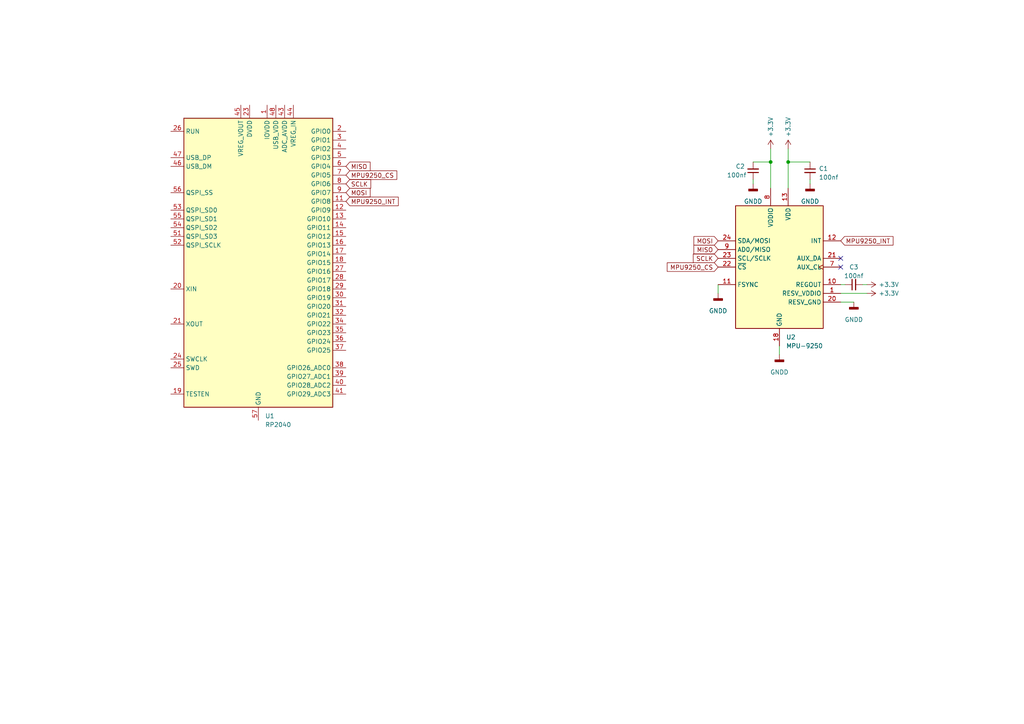
<source format=kicad_sch>
(kicad_sch (version 20230121) (generator eeschema)
  (paper "A4")
  (lib_symbols
    (symbol "Device:C_Small" (pin_numbers hide) (pin_names (offset 0.254) hide)
      (property "Reference" "C" (at 0.254 1.778 0))
      (property "Value" "C_Small" (at 0.254 -2.032 0))
      (symbol "C_Small_0_1"
        (polyline (pts (xy -1.524 -0.508) (xy 1.524 -0.508)) (stroke (width 0.3302)))
        (polyline (pts (xy -1.524 0.508) (xy 1.524 0.508)) (stroke (width 0.3048)))
      )
      (symbol "C_Small_1_1"
        (pin passive line (at 0 2.54 270) (length 2.032) (name "~") (number "1"))
        (pin passive line (at 0 -2.54 90) (length 2.032) (name "~") (number "2"))
      )
    )
    (symbol "MCU_RaspberryPi:RP2040"
      (property "Reference" "U" (at 17.78 45.72 0))
      (property "Value" "RP2040" (at 17.78 43.18 0))
      (symbol "RP2040_0_1"
        (rectangle (start -21.59 41.91) (end 21.59 -41.91) (stroke (width 0.254)) (fill (type background)))
      )
      (symbol "RP2040_1_1"
        (pin power_in line (at 2.54 45.72 270) (length 3.81) (name "IOVDD") (number "1"))
        (pin passive line (at 2.54 45.72 270) (length 3.81) hide (name "IOVDD") (number "10"))
        (pin bidirectional line (at 25.4 17.78 180) (length 3.81) (name "GPIO8") (number "11"))
        (pin bidirectional line (at 25.4 15.24 180) (length 3.81) (name "GPIO9") (number "12"))
        (pin bidirectional line (at 25.4 12.7 180) (length 3.81) (name "GPIO10") (number "13"))
        (pin bidirectional line (at 25.4 10.16 180) (length 3.81) (name "GPIO11") (number "14"))
        (pin bidirectional line (at 25.4 7.62 180) (length 3.81) (name "GPIO12") (number "15"))
        (pin bidirectional line (at 25.4 5.08 180) (length 3.81) (name "GPIO13") (number "16"))
        (pin bidirectional line (at 25.4 2.54 180) (length 3.81) (name "GPIO14") (number "17"))
        (pin bidirectional line (at 25.4 0 180) (length 3.81) (name "GPIO15") (number "18"))
        (pin input line (at -25.4 -38.1 0) (length 3.81) (name "TESTEN") (number "19"))
        (pin bidirectional line (at 25.4 38.1 180) (length 3.81) (name "GPIO0") (number "2"))
        (pin input line (at -25.4 -7.62 0) (length 3.81) (name "XIN") (number "20"))
        (pin passive line (at -25.4 -17.78 0) (length 3.81) (name "XOUT") (number "21"))
        (pin passive line (at 2.54 45.72 270) (length 3.81) hide (name "IOVDD") (number "22"))
        (pin power_in line (at -2.54 45.72 270) (length 3.81) (name "DVDD") (number "23"))
        (pin input line (at -25.4 -27.94 0) (length 3.81) (name "SWCLK") (number "24"))
        (pin bidirectional line (at -25.4 -30.48 0) (length 3.81) (name "SWD") (number "25"))
        (pin input line (at -25.4 38.1 0) (length 3.81) (name "RUN") (number "26"))
        (pin bidirectional line (at 25.4 -2.54 180) (length 3.81) (name "GPIO16") (number "27"))
        (pin bidirectional line (at 25.4 -5.08 180) (length 3.81) (name "GPIO17") (number "28"))
        (pin bidirectional line (at 25.4 -7.62 180) (length 3.81) (name "GPIO18") (number "29"))
        (pin bidirectional line (at 25.4 35.56 180) (length 3.81) (name "GPIO1") (number "3"))
        (pin bidirectional line (at 25.4 -10.16 180) (length 3.81) (name "GPIO19") (number "30"))
        (pin bidirectional line (at 25.4 -12.7 180) (length 3.81) (name "GPIO20") (number "31"))
        (pin bidirectional line (at 25.4 -15.24 180) (length 3.81) (name "GPIO21") (number "32"))
        (pin passive line (at 2.54 45.72 270) (length 3.81) hide (name "IOVDD") (number "33"))
        (pin bidirectional line (at 25.4 -17.78 180) (length 3.81) (name "GPIO22") (number "34"))
        (pin bidirectional line (at 25.4 -20.32 180) (length 3.81) (name "GPIO23") (number "35"))
        (pin bidirectional line (at 25.4 -22.86 180) (length 3.81) (name "GPIO24") (number "36"))
        (pin bidirectional line (at 25.4 -25.4 180) (length 3.81) (name "GPIO25") (number "37"))
        (pin bidirectional line (at 25.4 -30.48 180) (length 3.81) (name "GPIO26_ADC0") (number "38"))
        (pin bidirectional line (at 25.4 -33.02 180) (length 3.81) (name "GPIO27_ADC1") (number "39"))
        (pin bidirectional line (at 25.4 33.02 180) (length 3.81) (name "GPIO2") (number "4"))
        (pin bidirectional line (at 25.4 -35.56 180) (length 3.81) (name "GPIO28_ADC2") (number "40"))
        (pin bidirectional line (at 25.4 -38.1 180) (length 3.81) (name "GPIO29_ADC3") (number "41"))
        (pin passive line (at 2.54 45.72 270) (length 3.81) hide (name "IOVDD") (number "42"))
        (pin power_in line (at 7.62 45.72 270) (length 3.81) (name "ADC_AVDD") (number "43"))
        (pin power_in line (at 10.16 45.72 270) (length 3.81) (name "VREG_IN") (number "44"))
        (pin power_out line (at -5.08 45.72 270) (length 3.81) (name "VREG_VOUT") (number "45"))
        (pin bidirectional line (at -25.4 27.94 0) (length 3.81) (name "USB_DM") (number "46"))
        (pin bidirectional line (at -25.4 30.48 0) (length 3.81) (name "USB_DP") (number "47"))
        (pin power_in line (at 5.08 45.72 270) (length 3.81) (name "USB_VDD") (number "48"))
        (pin passive line (at 2.54 45.72 270) (length 3.81) hide (name "IOVDD") (number "49"))
        (pin bidirectional line (at 25.4 30.48 180) (length 3.81) (name "GPIO3") (number "5"))
        (pin passive line (at -2.54 45.72 270) (length 3.81) hide (name "DVDD") (number "50"))
        (pin bidirectional line (at -25.4 7.62 0) (length 3.81) (name "QSPI_SD3") (number "51"))
        (pin output line (at -25.4 5.08 0) (length 3.81) (name "QSPI_SCLK") (number "52"))
        (pin bidirectional line (at -25.4 15.24 0) (length 3.81) (name "QSPI_SD0") (number "53"))
        (pin bidirectional line (at -25.4 10.16 0) (length 3.81) (name "QSPI_SD2") (number "54"))
        (pin bidirectional line (at -25.4 12.7 0) (length 3.81) (name "QSPI_SD1") (number "55"))
        (pin bidirectional line (at -25.4 20.32 0) (length 3.81) (name "QSPI_SS") (number "56"))
        (pin power_in line (at 0 -45.72 90) (length 3.81) (name "GND") (number "57"))
        (pin bidirectional line (at 25.4 27.94 180) (length 3.81) (name "GPIO4") (number "6"))
        (pin bidirectional line (at 25.4 25.4 180) (length 3.81) (name "GPIO5") (number "7"))
        (pin bidirectional line (at 25.4 22.86 180) (length 3.81) (name "GPIO6") (number "8"))
        (pin bidirectional line (at 25.4 20.32 180) (length 3.81) (name "GPIO7") (number "9"))
      )
    )
    (symbol "Sensor_Motion:MPU-9250"
      (property "Reference" "U" (at -11.43 19.05 0))
      (property "Value" "MPU-9250" (at 7.62 -19.05 0))
      (symbol "MPU-9250_0_1"
        (rectangle (start -12.7 17.78) (end 12.7 -17.78) (stroke (width 0.254)) (fill (type background)))
      )
      (symbol "MPU-9250_1_1"
        (pin input line (at 17.78 -7.62 180) (length 5.08) (name "RESV_VDDIO") (number "1"))
        (pin passive line (at 17.78 -5.08 180) (length 5.08) (name "REGOUT") (number "10"))
        (pin input line (at -17.78 -5.08 0) (length 5.08) (name "FSYNC") (number "11"))
        (pin output line (at 17.78 7.62 180) (length 5.08) (name "INT") (number "12"))
        (pin power_in line (at 2.54 22.86 270) (length 5.08) (name "VDD") (number "13"))
        (pin power_in line (at 0 -22.86 90) (length 5.08) (name "GND") (number "18"))
        (pin power_in line (at 17.78 -10.16 180) (length 5.08) (name "RESV_GND") (number "20"))
        (pin bidirectional line (at 17.78 2.54 180) (length 5.08) (name "AUX_DA") (number "21"))
        (pin input line (at -17.78 0 0) (length 5.08) (name "~{CS}") (number "22"))
        (pin input line (at -17.78 2.54 0) (length 5.08) (name "SCL/SCLK") (number "23"))
        (pin bidirectional line (at -17.78 7.62 0) (length 5.08) (name "SDA/MOSI") (number "24"))
        (pin output clock (at 17.78 0 180) (length 5.08) (name "AUX_CL") (number "7"))
        (pin power_in line (at -2.54 22.86 270) (length 5.08) (name "VDDIO") (number "8"))
        (pin bidirectional line (at -17.78 5.08 0) (length 5.08) (name "AD0/MISO") (number "9"))
      )
    )
    (symbol "power:+3.3V" (power) (pin_names (offset 0))
      (property "Value" "+3.3V" (at 0 3.556 0))
      (symbol "+3.3V_0_1"
        (polyline (pts (xy -0.762 1.27) (xy 0 2.54)))
        (polyline (pts (xy 0 0) (xy 0 2.54)))
        (polyline (pts (xy 0 2.54) (xy 0.762 1.27)))
      )
      (symbol "+3.3V_1_1"
        (pin power_in line (at 0 0 90) (length 0) hide (name "+3.3V") (number "1"))
      )
    )
    (symbol "power:GNDD" (power) (pin_names (offset 0))
      (property "Value" "GNDD" (at 0 -3.175 0))
      (symbol "GNDD_0_1"
        (rectangle (start -1.27 -1.524) (end 1.27 -2.032) (stroke (width 0.254)) (fill (type outline)))
        (polyline (pts (xy 0 0) (xy 0 -1.524)))
      )
      (symbol "GNDD_1_1"
        (pin power_in line (at 0 0 270) (length 0) hide (name "GNDD") (number "1"))
      )
    )
  )
  (junction (at 223.52 46.99))
  (junction (at 228.6 46.99))
  (no_connect (at 243.84 77.47))
  (no_connect (at 243.84 74.93))
  (wire (pts (xy 243.84 87.63) (xy 247.65 87.63)))
  (wire (pts (xy 223.52 43.18) (xy 223.52 46.99)))
  (wire (pts (xy 226.06 100.33) (xy 226.06 102.87)))
  (wire (pts (xy 228.6 46.99) (xy 234.95 46.99)))
  (wire (pts (xy 223.52 46.99) (xy 223.52 54.61)))
  (wire (pts (xy 234.95 52.07) (xy 234.95 53.34)))
  (wire (pts (xy 218.44 52.07) (xy 218.44 53.34)))
  (wire (pts (xy 250.19 82.55) (xy 251.46 82.55)))
  (wire (pts (xy 228.6 43.18) (xy 228.6 46.99)))
  (wire (pts (xy 243.84 82.55) (xy 245.11 82.55)))
  (wire (pts (xy 228.6 46.99) (xy 228.6 54.61)))
  (wire (pts (xy 218.44 46.99) (xy 223.52 46.99)))
  (wire (pts (xy 208.28 82.55) (xy 208.28 85.09)))
  (wire (pts (xy 243.84 85.09) (xy 251.46 85.09)))
  (global_label "SCLK" (shape input) (at 100.33 53.34 0) (property "Intersheetrefs" "${INTERSHEET_REFS}" (effects hide)))
  (global_label "MPU9250_INT" (shape input) (at 100.33 58.42 0) (property "Intersheetrefs" "${INTERSHEET_REFS}" (effects hide)))
  (global_label "MPU9250_INT" (shape input) (at 243.84 69.85 0) (property "Intersheetrefs" "${INTERSHEET_REFS}" (effects hide)))
  (global_label "MOSI" (shape input) (at 100.33 55.88 0) (property "Intersheetrefs" "${INTERSHEET_REFS}" (effects hide)))
  (global_label "MISO" (shape input) (at 208.28 72.39 180) (property "Intersheetrefs" "${INTERSHEET_REFS}" (effects hide)))
  (global_label "MISO" (shape input) (at 100.33 48.26 0) (property "Intersheetrefs" "${INTERSHEET_REFS}" (effects hide)))
  (global_label "SCLK" (shape input) (at 208.28 74.93 180) (property "Intersheetrefs" "${INTERSHEET_REFS}" (effects hide)))
  (global_label "MPU9250_CS" (shape input) (at 100.33 50.8 0) (property "Intersheetrefs" "${INTERSHEET_REFS}" (effects hide)))
  (global_label "MOSI" (shape input) (at 208.28 69.85 180) (property "Intersheetrefs" "${INTERSHEET_REFS}" (effects hide)))
  (global_label "MPU9250_CS" (shape input) (at 208.28 77.47 180) (property "Intersheetrefs" "${INTERSHEET_REFS}" (effects hide)))
  (symbol (lib_id "Device:C_Small") (at 247.65 82.55 90) (unit 1)
    (property "Reference" "C3" (at 247.6563 77.47 90))
    (property "Value" "100nf" (at 247.6563 80.01 90))
    (property "Footprint" "Capacitor_SMD:C_0402_1005Metric" (effects hide))
  )
  (symbol (lib_id "power:GNDD") (at 218.44 53.34 0) (unit 1)
    (property "Reference" "#PWR04" (effects hide))
    (property "Value" "GNDD" (at 218.44 58.42 0))
  )
  (symbol (lib_id "power:+3.3V") (at 228.6 43.18 0) (unit 1)
    (property "Reference" "#PWR02" (effects hide))
    (property "Value" "+3.3V" (at 228.6 36.83 90))
  )
  (symbol (lib_id "Device:C_Small") (at 218.44 49.53 180) (unit 1)
    (property "Reference" "C2" (at 213.36 48.26 0) (effects (justify right)))
    (property "Value" "100nf" (at 210.82 50.8 0) (effects (justify right)))
    (property "Footprint" "Capacitor_SMD:C_0402_1005Metric" (effects hide))
  )
  (symbol (lib_id "power:GNDD") (at 234.95 53.34 0) (unit 1)
    (property "Reference" "#PWR03" (effects hide))
    (property "Value" "GNDD" (at 234.95 58.42 0))
  )
  (symbol (lib_id "Sensor_Motion:MPU-9250") (at 226.06 77.47 0) (unit 1)
    (property "Reference" "U2" (at 228.0159 97.79 0) (effects (justify left)))
    (property "Value" "MPU-9250" (at 228.0159 100.33 0) (effects (justify left)))
    (property "Footprint" "Sensor_Motion:InvenSense_QFN-24_3x3mm_P0.4mm" (effects hide))
    (property "Datasheet" "https://invensense.tdk.com/wp-content/uploads/2015/02/PS-MPU-9250A-01-v1.1.pdf" (effects hide))
  )
  (symbol (lib_id "power:GNDD") (at 247.65 87.63 0) (unit 1)
    (property "Reference" "#PWR05" (effects hide))
    (property "Value" "GNDD" (at 247.65 92.71 0))
  )
  (symbol (lib_id "power:GNDD") (at 208.28 85.09 0) (unit 1)
    (property "Reference" "#PWR09" (effects hide))
    (property "Value" "GNDD" (at 208.28 90.17 0))
  )
  (symbol (lib_id "power:+3.3V") (at 251.46 82.55 270) (unit 1)
    (property "Reference" "#PWR06" (effects hide))
    (property "Value" "+3.3V" (at 257.81 82.55 90))
  )
  (symbol (lib_id "power:+3.3V") (at 251.46 85.09 270) (unit 1)
    (property "Reference" "#PWR07" (effects hide))
    (property "Value" "+3.3V" (at 257.81 85.09 90))
  )
  (symbol (lib_id "MCU_RaspberryPi:RP2040") (at 74.93 76.2 0) (unit 1)
    (property "Reference" "U1" (at 76.8859 120.65 0) (effects (justify left)))
    (property "Value" "RP2040" (at 76.8859 123.19 0) (effects (justify left)))
    (property "Footprint" "Package_DFN_QFN:QFN-56-1EP_7x7mm_P0.4mm_EP3.2x3.2mm" (effects hide))
    (property "Datasheet" "https://datasheets.raspberrypi.com/rp2040/rp2040-datasheet.pdf" (effects hide))
  )
  (symbol (lib_id "Device:C_Small") (at 234.95 49.53 0) (unit 1)
    (property "Reference" "C1" (at 237.49 48.9013 0) (effects (justify left)))
    (property "Value" "100nf" (at 237.49 51.4413 0) (effects (justify left)))
    (property "Footprint" "Capacitor_SMD:C_0402_1005Metric" (effects hide))
  )
  (symbol (lib_id "power:+3.3V") (at 223.52 43.18 0) (unit 1)
    (property "Reference" "#PWR01" (effects hide))
    (property "Value" "+3.3V" (at 223.52 36.83 90))
  )
  (symbol (lib_id "power:GNDD") (at 226.06 102.87 0) (unit 1)
    (property "Reference" "#PWR08" (effects hide))
    (property "Value" "GNDD" (at 226.06 107.95 0))
  )
)
</source>
